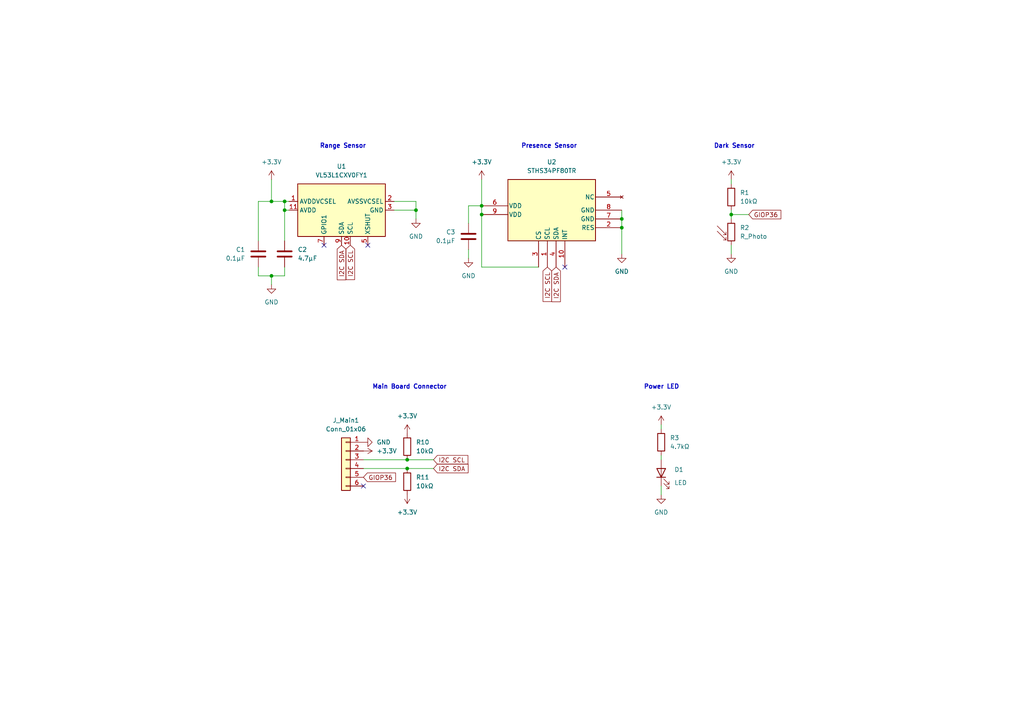
<source format=kicad_sch>
(kicad_sch (version 20211123) (generator eeschema)
  (paper "A4")
  (title_block (title "Mouse Sensor Array"))
  (lib_symbols
    (symbol "Connector_Generic:Conn_01x06" (pin_names (offset 1.016) hide)
      (property "Reference" "J" (at 0 7.62 0))
      (property "Value" "Conn_01x06" (at 0 -10.16 0))
      (symbol "Conn_01x06_1_1"
        (rectangle (start -1.27 -7.493) (end 0 -7.747) (stroke (width 0.1524)))
        (rectangle (start -1.27 -4.953) (end 0 -5.207) (stroke (width 0.1524)))
        (rectangle (start -1.27 -2.413) (end 0 -2.667) (stroke (width 0.1524)))
        (rectangle (start -1.27 0.127) (end 0 -0.127) (stroke (width 0.1524)))
        (rectangle (start -1.27 2.667) (end 0 2.413) (stroke (width 0.1524)))
        (rectangle (start -1.27 5.207) (end 0 4.953) (stroke (width 0.1524)))
        (rectangle (start -1.27 6.35) (end 1.27 -8.89) (stroke (width 0.254)) (fill (type background)))
        (pin passive line (at -5.08 5.08 0) (length 3.81) (name "Pin_1") (number "1"))
        (pin passive line (at -5.08 2.54 0) (length 3.81) (name "Pin_2") (number "2"))
        (pin passive line (at -5.08 0 0) (length 3.81) (name "Pin_3") (number "3"))
        (pin passive line (at -5.08 -2.54 0) (length 3.81) (name "Pin_4") (number "4"))
        (pin passive line (at -5.08 -5.08 0) (length 3.81) (name "Pin_5") (number "5"))
        (pin passive line (at -5.08 -7.62 0) (length 3.81) (name "Pin_6") (number "6"))
      )
    )
    (symbol "Device:C" (pin_numbers hide) (pin_names (offset 0.254))
      (property "Reference" "C" (at 0.635 2.54 0))
      (property "Value" "C" (at 0.635 -2.54 0))
      (symbol "C_0_1"
        (polyline (pts (xy -2.032 -0.762) (xy 2.032 -0.762)) (stroke (width 0.508)))
        (polyline (pts (xy -2.032 0.762) (xy 2.032 0.762)) (stroke (width 0.508)))
      )
      (symbol "C_1_1"
        (pin passive line (at 0 3.81 270) (length 2.794) (name "~") (number "1"))
        (pin passive line (at 0 -3.81 90) (length 2.794) (name "~") (number "2"))
      )
    )
    (symbol "Device:LED" (pin_numbers hide) (pin_names (offset 1.016) hide)
      (property "Reference" "D" (at 0 2.54 0))
      (property "Value" "LED" (at 0 -2.54 0))
      (symbol "LED_0_1"
        (polyline (pts (xy -1.27 -1.27) (xy -1.27 1.27)) (stroke (width 0.254)))
        (polyline (pts (xy -1.27 0) (xy 1.27 0)))
        (polyline (pts (xy 1.27 -1.27) (xy 1.27 1.27) (xy -1.27 0) (xy 1.27 -1.27)) (stroke (width 0.254)))
        (polyline (pts (xy -3.048 -0.762) (xy -4.572 -2.286) (xy -3.81 -2.286) (xy -4.572 -2.286) (xy -4.572 -1.524)))
        (polyline (pts (xy -1.778 -0.762) (xy -3.302 -2.286) (xy -2.54 -2.286) (xy -3.302 -2.286) (xy -3.302 -1.524)))
      )
      (symbol "LED_1_1"
        (pin passive line (at -3.81 0 0) (length 2.54) (name "K") (number "1"))
        (pin passive line (at 3.81 0 180) (length 2.54) (name "A") (number "2"))
      )
    )
    (symbol "Device:R" (pin_numbers hide) (pin_names (offset 0))
      (property "Reference" "R" (at 2.032 0 90))
      (property "Value" "R" (at 0 0 90))
      (symbol "R_0_1"
        (rectangle (start -1.016 -2.54) (end 1.016 2.54) (stroke (width 0.254)))
      )
      (symbol "R_1_1"
        (pin passive line (at 0 3.81 270) (length 1.27) (name "~") (number "1"))
        (pin passive line (at 0 -3.81 90) (length 1.27) (name "~") (number "2"))
      )
    )
    (symbol "Device:R_Photo" (pin_numbers hide) (pin_names (offset 0))
      (property "Reference" "R" (at 1.27 1.27 0))
      (property "Value" "R_Photo" (at 1.27 0 0))
      (symbol "R_Photo_0_1"
        (rectangle (start -1.016 2.54) (end 1.016 -2.54) (stroke (width 0.254)))
        (polyline (pts (xy -1.524 -2.286) (xy -4.064 0.254)))
        (polyline (pts (xy -1.524 -2.286) (xy -2.286 -2.286)))
        (polyline (pts (xy -1.524 -2.286) (xy -1.524 -1.524)))
        (polyline (pts (xy -1.524 -0.762) (xy -4.064 1.778)))
        (polyline (pts (xy -1.524 -0.762) (xy -2.286 -0.762)))
        (polyline (pts (xy -1.524 -0.762) (xy -1.524 0)))
      )
      (symbol "R_Photo_1_1"
        (pin passive line (at 0 3.81 270) (length 1.27) (name "~") (number "1"))
        (pin passive line (at 0 -3.81 90) (length 1.27) (name "~") (number "2"))
      )
    )
    (symbol "STHS34PF80TR:STHS34PF80TR" (pin_names (offset 0.254))
      (property "Reference" "U22" (at 0 13.97 0))
      (property "Value" "STHS34PF80TR" (at 0 11.43 0))
      (symbol "STHS34PF80TR_0_1"
        (rectangle (start 12.7 -8.89) (end -12.7 8.89) (stroke (width 0.254)) (fill (type background)))
        (pin input line (at -1.27 -16.51 90) (length 7.62) (name "SCL") (number "1"))
        (pin unspecified line (at 3.81 -16.51 90) (length 7.62) (name "INT") (number "10"))
        (pin unspecified line (at 20.32 -5.08 180) (length 7.62) (name "RES") (number "2"))
        (pin unspecified line (at -3.81 -16.51 90) (length 7.62) (name "CS") (number "3"))
        (pin bidirectional line (at 1.27 -16.51 90) (length 7.62) (name "SDA") (number "4"))
        (pin no_connect line (at 20.32 3.81 180) (length 7.62) (name "NC") (number "5"))
        (pin power_in line (at -20.32 1.27 0) (length 7.62) (name "VDD") (number "6"))
        (pin power_out line (at 20.32 -2.54 180) (length 7.62) (name "GND") (number "7"))
        (pin power_out line (at 20.32 0 180) (length 7.62) (name "GND") (number "8"))
        (pin power_in line (at -20.32 -1.27 0) (length 7.62) (name "VDD") (number "9"))
      )
    )
    (symbol "Sensor_Distance:VL53L1CXV0FY1"
      (property "Reference" "U" (at -6.35 13.97 0))
      (property "Value" "VL53L1CXV0FY1" (at 12.065 13.97 0))
      (symbol "VL53L1CXV0FY1_0_1"
        (rectangle (start -7.62 12.7) (end 7.62 -12.7) (stroke (width 0.254)) (fill (type background)))
      )
      (symbol "VL53L1CXV0FY1_1_1"
        (pin power_in line (at 2.54 15.24 270) (length 2.54) (name "AVDDVCSEL") (number "1"))
        (pin input line (at -10.16 -2.54 0) (length 2.54) (name "SCL") (number "10"))
        (pin power_in line (at 0 15.24 270) (length 2.54) (name "AVDD") (number "11"))
        (pin passive line (at 0 -15.24 90) (length 2.54) hide (name "GND") (number "12"))
        (pin power_in line (at 2.54 -15.24 90) (length 2.54) (name "AVSSVCSEL") (number "2"))
        (pin power_in line (at 0 -15.24 90) (length 2.54) (name "GND") (number "3"))
        (pin passive line (at 0 -15.24 90) (length 2.54) hide (name "GND") (number "4"))
        (pin input line (at -10.16 -7.62 0) (length 2.54) (name "XSHUT") (number "5"))
        (pin passive line (at 0 -15.24 90) (length 2.54) hide (name "GND") (number "6"))
        (pin open_collector line (at -10.16 5.08 0) (length 2.54) (name "GPIO1") (number "7"))
        (pin no_connect line (at -7.62 7.62 0) (length 2.54) hide (name "DNC") (number "8"))
        (pin bidirectional line (at -10.16 0 0) (length 2.54) (name "SDA") (number "9"))
      )
    )
    (symbol "power:+3.3V" (power) (pin_names (offset 0))
      (property "Value" "+3.3V" (at 0 3.556 0))
      (symbol "+3.3V_0_1"
        (polyline (pts (xy -0.762 1.27) (xy 0 2.54)))
        (polyline (pts (xy 0 0) (xy 0 2.54)))
        (polyline (pts (xy 0 2.54) (xy 0.762 1.27)))
      )
      (symbol "+3.3V_1_1"
        (pin power_in line (at 0 0 90) (length 0) hide (name "+3.3V") (number "1"))
      )
    )
    (symbol "power:GND" (power) (pin_names (offset 0))
      (property "Value" "GND" (at 0 -3.81 0))
      (symbol "GND_0_1"
        (polyline (pts (xy 0 0) (xy 0 -1.27) (xy 1.27 -1.27) (xy 0 -2.54) (xy -1.27 -1.27) (xy 0 -1.27)))
      )
      (symbol "GND_1_1"
        (pin power_in line (at 0 0 270) (length 0) hide (name "GND") (number "1"))
      )
    )
  )
  (junction (at 82.55 58.42))
  (junction (at 78.74 80.01))
  (junction (at 118.11 135.89))
  (junction (at 78.74 58.42))
  (junction (at 212.09 62.23))
  (junction (at 118.11 133.35))
  (junction (at 180.34 66.04))
  (junction (at 82.55 60.96))
  (junction (at 139.7 62.23))
  (junction (at 139.7 59.69))
  (junction (at 180.34 63.5))
  (junction (at 120.65 60.96))
  (no_connect (at 163.83 77.47))
  (no_connect (at 106.68 71.12))
  (no_connect (at 105.41 140.97))
  (no_connect (at 93.98 71.12))
  (wire (pts (xy 135.89 72.39) (xy 135.89 74.93)))
  (wire (pts (xy 118.11 135.89) (xy 125.73 135.89)))
  (wire (pts (xy 212.09 73.66) (xy 212.09 71.12)))
  (wire (pts (xy 78.74 58.42) (xy 82.55 58.42)))
  (wire (pts (xy 82.55 60.96) (xy 82.55 69.85)))
  (wire (pts (xy 118.11 133.35) (xy 125.73 133.35)))
  (wire (pts (xy 139.7 59.69) (xy 139.7 62.23)))
  (wire (pts (xy 212.09 60.96) (xy 212.09 62.23)))
  (wire (pts (xy 212.09 52.07) (xy 212.09 53.34)))
  (wire (pts (xy 120.65 63.5) (xy 120.65 60.96)))
  (wire (pts (xy 118.11 133.35) (xy 105.41 133.35)))
  (wire (pts (xy 74.93 80.01) (xy 78.74 80.01)))
  (wire (pts (xy 114.3 58.42) (xy 120.65 58.42)))
  (wire (pts (xy 74.93 80.01) (xy 74.93 77.47)))
  (wire (pts (xy 78.74 58.42) (xy 74.93 58.42)))
  (wire (pts (xy 82.55 58.42) (xy 82.55 60.96)))
  (wire (pts (xy 212.09 62.23) (xy 212.09 63.5)))
  (wire (pts (xy 191.77 123.19) (xy 191.77 124.46)))
  (wire (pts (xy 82.55 58.42) (xy 83.82 58.42)))
  (wire (pts (xy 78.74 80.01) (xy 82.55 80.01)))
  (wire (pts (xy 139.7 77.47) (xy 139.7 62.23)))
  (wire (pts (xy 120.65 58.42) (xy 120.65 60.96)))
  (wire (pts (xy 191.77 132.08) (xy 191.77 133.35)))
  (wire (pts (xy 120.65 60.96) (xy 114.3 60.96)))
  (wire (pts (xy 191.77 143.51) (xy 191.77 140.97)))
  (wire (pts (xy 180.34 66.04) (xy 180.34 73.66)))
  (wire (pts (xy 74.93 58.42) (xy 74.93 69.85)))
  (wire (pts (xy 139.7 52.07) (xy 139.7 59.69)))
  (wire (pts (xy 180.34 63.5) (xy 180.34 66.04)))
  (wire (pts (xy 156.21 77.47) (xy 139.7 77.47)))
  (wire (pts (xy 78.74 52.07) (xy 78.74 58.42)))
  (wire (pts (xy 118.11 135.89) (xy 105.41 135.89)))
  (wire (pts (xy 180.34 60.96) (xy 180.34 63.5)))
  (wire (pts (xy 78.74 82.55) (xy 78.74 80.01)))
  (wire (pts (xy 135.89 64.77) (xy 135.89 59.69)))
  (wire (pts (xy 82.55 80.01) (xy 82.55 77.47)))
  (wire (pts (xy 135.89 59.69) (xy 139.7 59.69)))
  (wire (pts (xy 83.82 60.96) (xy 82.55 60.96)))
  (wire (pts (xy 212.09 62.23) (xy 217.17 62.23)))
  (text "Dark Sensor" (at 207.01 43.18 0) (effects (font (size 1.27 1.27) (thickness 0.254) bold) (justify left bottom)))
  (text "Power LED" (at 186.69 113.03 0) (effects (font (size 1.27 1.27) (thickness 0.254) bold) (justify left bottom)))
  (text "Main Board Connector" (at 107.95 113.03 0) (effects (font (size 1.27 1.27) (thickness 0.254) bold) (justify left bottom)))
  (text "Presence Sensor" (at 151.13 43.18 0) (effects (font (size 1.27 1.27) (thickness 0.254) bold) (justify left bottom)))
  (text "Range Sensor" (at 92.71 43.18 0) (effects (font (size 1.27 1.27) (thickness 0.254) bold) (justify left bottom)))
  (global_label "I2C SCL" (shape input) (at 158.75 77.47 270) (property "Intersheet References" "${INTERSHEET_REFS}" (effects hide)))
  (global_label "I2C SCL" (shape input) (at 101.6 71.12 270) (property "Intersheet References" "${INTERSHEET_REFS}" (effects hide)))
  (global_label "I2C SDA" (shape input) (at 125.73 135.89 0) (property "Intersheet References" "${INTERSHEET_REFS}" (effects hide)))
  (global_label "I2C SDA" (shape input) (at 161.29 77.47 270) (property "Intersheet References" "${INTERSHEET_REFS}" (effects hide)))
  (global_label "I2C SDA" (shape input) (at 99.06 71.12 270) (property "Intersheet References" "${INTERSHEET_REFS}" (effects hide)))
  (global_label "GIOP36" (shape input) (at 105.41 138.43 0) (property "Intersheet References" "${INTERSHEET_REFS}" (effects hide)))
  (global_label "GIOP36" (shape input) (at 217.17 62.23 0) (property "Intersheet References" "${INTERSHEET_REFS}" (effects hide)))
  (global_label "I2C SCL" (shape input) (at 125.73 133.35 0) (property "Intersheet References" "${INTERSHEET_REFS}" (effects hide)))
  (symbol (lib_id "power:GND") (at 135.89 74.93 0) (unit 1)
    (property "Reference" "#PWR0103" (effects hide))
    (property "Value" "GND" (at 135.89 80.01 0))
  )
  (symbol (lib_id "Connector_Generic:Conn_01x06") (at 100.33 133.35 0) (mirror y) (unit 1)
    (property "Reference" "J_Main1" (at 100.33 121.92 0))
    (property "Value" "Conn_01x06" (at 100.33 124.46 0))
    (property "Footprint" "Connector_PinHeader_2.54mm:PinHeader_1x06_P2.54mm_Vertical" (effects hide))
  )
  (symbol (lib_id "power:+3.3V") (at 212.09 52.07 0) (unit 1)
    (property "Reference" "#PWR0108" (effects hide))
    (property "Value" "+3.3V" (at 212.09 46.99 0))
  )
  (symbol (lib_id "power:GND") (at 180.34 73.66 0) (unit 1)
    (property "Reference" "#PWR0106" (effects hide))
    (property "Value" "GND" (at 180.34 78.74 0))
  )
  (symbol (lib_id "Device:R") (at 212.09 57.15 0) (unit 1)
    (property "Reference" "R1" (at 214.63 55.8799 0) (effects (justify left)))
    (property "Value" "10kΩ" (at 214.63 58.4199 0) (effects (justify left)))
    (property "Footprint" "Resistor_SMD:R_0603_1608Metric" (effects hide))
    (property "Datasheet" "https://www.yageo.com/upload/media/product/app/datasheet/rchip/pyu-rt_1-to-0.01_rohs_l.pdf" (effects hide))
  )
  (symbol (lib_id "power:GND") (at 191.77 143.51 0) (unit 1)
    (property "Reference" "#PWR0109" (effects hide))
    (property "Value" "GND" (at 191.77 148.59 0))
  )
  (symbol (lib_id "power:+3.3V") (at 118.11 125.73 0) (unit 1)
    (property "Reference" "#PWR0114" (effects hide))
    (property "Value" "+3.3V" (at 118.11 120.65 0))
  )
  (symbol (lib_id "power:GND") (at 212.09 73.66 0) (unit 1)
    (property "Reference" "#PWR0107" (effects hide))
    (property "Value" "GND" (at 212.09 78.74 0))
  )
  (symbol (lib_id "Device:LED") (at 191.77 137.16 90) (unit 1)
    (property "Reference" "D1" (at 195.58 136.2074 90) (effects (justify right)))
    (property "Value" "LED" (at 195.58 140.0174 90) (effects (justify right)))
    (property "Footprint" "LED_SMD:LED_0603_1608Metric" (effects hide))
    (property "Datasheet" "https://www.we-online.com/components/products/datasheet/150060SS75000.pdf" (effects hide))
  )
  (symbol (lib_id "power:GND") (at 78.74 82.55 0) (unit 1)
    (property "Reference" "#PWR0105" (effects hide))
    (property "Value" "GND" (at 78.74 87.63 0))
  )
  (symbol (lib_id "power:+3.3V") (at 139.7 52.07 0) (unit 1)
    (property "Reference" "#PWR0104" (effects hide))
    (property "Value" "+3.3V" (at 139.7 46.99 0))
  )
  (symbol (lib_id "power:GND") (at 120.65 63.5 0) (unit 1)
    (property "Reference" "#PWR0101" (effects hide))
    (property "Value" "GND" (at 120.65 68.58 0))
  )
  (symbol (lib_id "power:GND") (at 105.41 128.27 90) (unit 1)
    (property "Reference" "#PWR0113" (effects hide))
    (property "Value" "GND" (at 109.22 128.2699 90) (effects (justify right)))
  )
  (symbol (lib_id "power:+3.3V") (at 118.11 143.51 180) (unit 1)
    (property "Reference" "#PWR0111" (effects hide))
    (property "Value" "+3.3V" (at 118.11 148.59 0))
  )
  (symbol (lib_id "Device:C") (at 74.93 73.66 0) (unit 1)
    (property "Reference" "C1" (at 71.12 72.3899 0) (effects (justify right)))
    (property "Value" "0.1µF" (at 71.12 74.9299 0) (effects (justify right)))
    (property "Footprint" "Capacitor_SMD:C_0402_1005Metric" (effects hide))
    (property "Datasheet" "https://www.digikey.com/en/products/detail/samsung-electro-mechanics/CL05B104KP5NNNC/3886660" (effects hide))
  )
  (symbol (lib_id "power:+3.3V") (at 105.41 130.81 270) (unit 1)
    (property "Reference" "#PWR0112" (effects hide))
    (property "Value" "+3.3V" (at 109.22 130.8099 90) (effects (justify left)))
  )
  (symbol (lib_id "Device:R_Photo") (at 212.09 67.31 0) (unit 1)
    (property "Reference" "R2" (at 214.63 66.0399 0) (effects (justify left)))
    (property "Value" "R_Photo" (at 214.63 68.5799 0) (effects (justify left)))
    (property "Footprint" "OptoDevice:R_LDR_5.1x4.3mm_P3.4mm_Vertical" (effects hide))
    (property "Datasheet" "https://www.nteinc.com/resistor_web/pdf/LDR-Series.pdf" (effects hide))
  )
  (symbol (lib_id "Device:R") (at 118.11 139.7 0) (unit 1)
    (property "Reference" "R11" (at 120.65 138.4299 0) (effects (justify left)))
    (property "Value" "10kΩ" (at 120.65 140.9699 0) (effects (justify left)))
    (property "Footprint" "Resistor_SMD:R_0603_1608Metric" (effects hide))
    (property "Datasheet" "https://www.yageo.com/upload/media/product/app/datasheet/rchip/pyu-rt_1-to-0.01_rohs_l.pdf" (effects hide))
  )
  (symbol (lib_id "Device:C") (at 135.89 68.58 0) (unit 1)
    (property "Reference" "C3" (at 132.08 67.3099 0) (effects (justify right)))
    (property "Value" "0.1µF" (at 132.08 69.8499 0) (effects (justify right)))
    (property "Footprint" "Capacitor_SMD:C_0402_1005Metric" (effects hide))
    (property "Datasheet" "https://www.digikey.com/en/products/detail/samsung-electro-mechanics/CL05B104KP5NNNC/3886660" (effects hide))
  )
  (symbol (lib_id "Device:C") (at 82.55 73.66 0) (unit 1)
    (property "Reference" "C2" (at 86.36 72.3899 0) (effects (justify left)))
    (property "Value" "4.7µF" (at 86.36 74.9299 0) (effects (justify left)))
    (property "Footprint" "Capacitor_SMD:C_0805_2012Metric" (effects hide))
    (property "Datasheet" "https://search.murata.co.jp/Ceramy/image/img/A01X/G101/ENG/GRM188R71A225KE15-01.pdf" (effects hide))
  )
  (symbol (lib_id "Sensor_Distance:VL53L1CXV0FY1") (at 99.06 60.96 90) (unit 1)
    (property "Reference" "U1" (at 99.06 48.26 90))
    (property "Value" "VL53L1CXV0FY1" (at 99.06 50.8 90))
    (property "Footprint" "Sensor_Distance:ST_VL53L1x" (effects hide))
    (property "Datasheet" "https://www.st.com/resource/en/datasheet/vl53l1x.pdf" (effects hide))
  )
  (symbol (lib_id "power:+3.3V") (at 191.77 123.19 0) (unit 1)
    (property "Reference" "#PWR0110" (effects hide))
    (property "Value" "+3.3V" (at 191.77 118.11 0))
  )
  (symbol (lib_id "power:+3.3V") (at 78.74 52.07 0) (unit 1)
    (property "Reference" "#PWR0102" (effects hide))
    (property "Value" "+3.3V" (at 78.74 46.99 0))
  )
  (symbol (lib_id "Device:R") (at 118.11 129.54 0) (unit 1)
    (property "Reference" "R10" (at 120.65 128.2699 0) (effects (justify left)))
    (property "Value" "10kΩ" (at 120.65 130.8099 0) (effects (justify left)))
    (property "Footprint" "Resistor_SMD:R_0603_1608Metric" (effects hide))
    (property "Datasheet" "https://www.yageo.com/upload/media/product/app/datasheet/rchip/pyu-rt_1-to-0.01_rohs_l.pdf" (effects hide))
  )
  (symbol (lib_id "STHS34PF80TR:STHS34PF80TR") (at 160.02 60.96 0) (unit 1)
    (property "Reference" "U2" (at 160.02 46.99 0))
    (property "Value" "STHS34PF80TR" (at 160.02 49.53 0))
    (property "Footprint" "OLGA-10_3P2X4P2_STM" (effects hide))
    (property "Datasheet" "https://www.st.com/resource/en/datasheet/sths34pf80.pdf" (effects hide))
  )
  (symbol (lib_id "Device:R") (at 191.77 128.27 180) (unit 1)
    (property "Reference" "R3" (at 194.31 126.9999 0) (effects (justify right)))
    (property "Value" "4.7kΩ" (at 194.31 129.5399 0) (effects (justify right)))
    (property "Footprint" "Resistor_SMD:R_0603_1608Metric" (effects hide))
    (property "Datasheet" "https://www.yageo.com/upload/media/product/products/datasheet/rchip/PYu-RC_Group_51_RoHS_L_12.pdf" (effects hide))
  )
)
</source>
